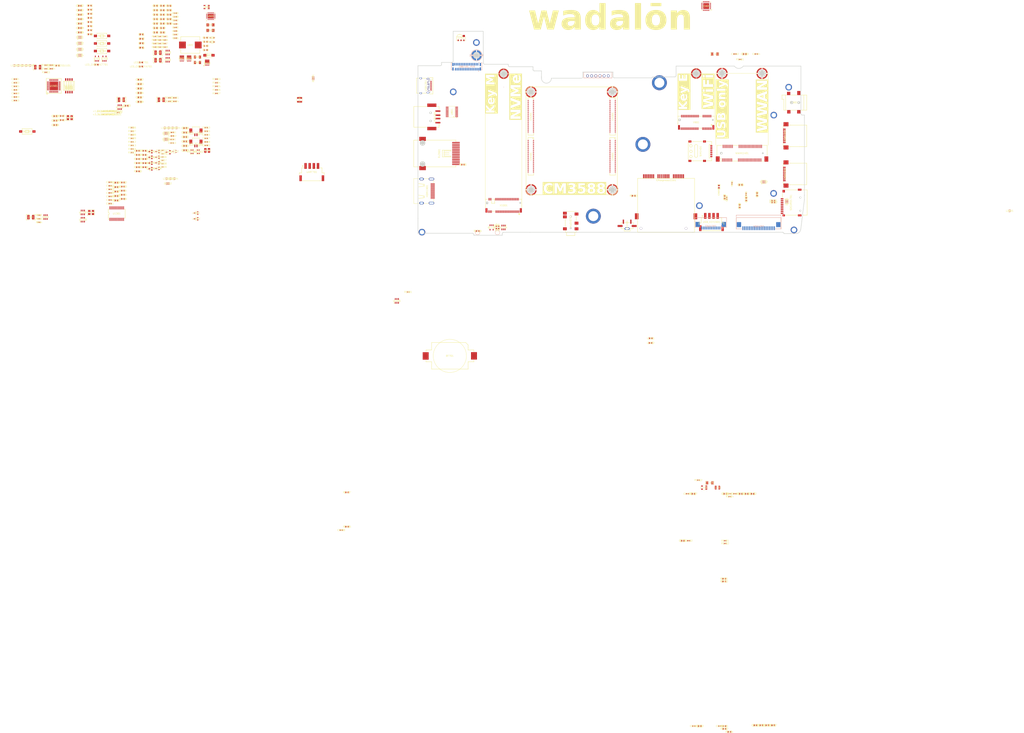
<source format=kicad_pcb>
(kicad_pcb
	(version 20241229)
	(generator "pcbnew")
	(generator_version "9.0")
	(general
		(thickness 1.6)
		(legacy_teardrops no)
	)
	(paper "A4")
	(layers
		(0 "F.Cu" signal "Top Layer")
		(4 "In1.Cu" signal)
		(6 "In2.Cu" signal)
		(8 "In3.Cu" signal)
		(10 "In4.Cu" signal)
		(2 "B.Cu" signal "Bottom Layer")
		(9 "F.Adhes" user "F.Adhesive")
		(11 "B.Adhes" user "B.Adhesive")
		(13 "F.Paste" user "Top Paste Mask Layer")
		(15 "B.Paste" user "Bottom Paste Mask Layer")
		(5 "F.SilkS" user "Top Silkscreen Layer")
		(7 "B.SilkS" user "Bottom Silkscreen Layer")
		(1 "F.Mask" user "Top Solder Mask Layer")
		(3 "B.Mask" user "Bottom Solder Mask Layer")
		(17 "Dwgs.User" user "Document Layer")
		(19 "Cmts.User" user "User.Comments")
		(21 "Eco1.User" user "User.Eco1")
		(23 "Eco2.User" user "Mechanical Layer")
		(25 "Edge.Cuts" user "Edge Cuts")
		(27 "Margin" user)
		(31 "F.CrtYd" user "F.Courtyard")
		(29 "B.CrtYd" user "B.Courtyard")
		(35 "F.Fab" user "Top Assembly Layer")
		(33 "B.Fab" user "Bottom Assembly Layer")
		(39 "User.1" user "Ratline Layer")
		(41 "User.2" user "Component Shape Layer")
		(43 "User.3" user "Component Marking Layer")
		(45 "User.4" user "3D Shell Outline Layer")
		(47 "User.5" user "3D Shell Top Layer")
		(49 "User.6" user "3D Shell Bottom Layer")
		(51 "User.7" user "Drill Drawing Layer")
	)
	(setup
		(stackup
			(layer "F.SilkS"
				(type "Top Silk Screen")
			)
			(layer "F.Paste"
				(type "Top Solder Paste")
			)
			(layer "F.Mask"
				(type "Top Solder Mask")
				(thickness 0.01)
			)
			(layer "F.Cu"
				(type "copper")
				(thickness 0.035)
			)
			(layer "dielectric 1"
				(type "prepreg")
				(thickness 0.1)
				(material "FR4")
				(epsilon_r 4.5)
				(loss_tangent 0.02)
			)
			(layer "In1.Cu"
				(type "copper")
				(thickness 0.035)
			)
			(layer "dielectric 2"
				(type "core")
				(thickness 0.535)
				(material "FR4")
				(epsilon_r 4.5)
				(loss_tangent 0.02)
			)
			(layer "In2.Cu"
				(type "copper")
				(thickness 0.035)
			)
			(layer "dielectric 3"
				(type "prepreg")
				(thickness 0.1)
				(material "FR4")
				(epsilon_r 4.5)
				(loss_tangent 0.02)
			)
			(layer "In3.Cu"
				(type "copper")
				(thickness 0.035)
			)
			(layer "dielectric 4"
				(type "core")
				(thickness 0.535)
				(material "FR4")
				(epsilon_r 4.5)
				(loss_tangent 0.02)
			)
			(layer "In4.Cu"
				(type "copper")
				(thickness 0.035)
			)
			(layer "dielectric 5"
				(type "prepreg")
				(thickness 0.1)
				(material "FR4")
				(epsilon_r 4.5)
				(loss_tangent 0.02)
			)
			(layer "B.Cu"
				(type "copper")
				(thickness 0.035)
			)
			(layer "B.Mask"
				(type "Bottom Solder Mask")
				(thickness 0.01)
			)
			(layer "B.Paste"
				(type "Bottom Solder Paste")
			)
			(layer "B.SilkS"
				(type "Bottom Silk Screen")
			)
			(copper_finish "None")
			(dielectric_constraints no)
		)
		(pad_to_mask_clearance 0)
		(allow_soldermask_bridges_in_footprints no)
		(tenting front back)
		(aux_axis_origin 20 60)
		(pcbplotparams
			(layerselection 0x00000000_00000000_55555555_5755f5ff)
			(plot_on_all_layers_selection 0x00000000_00000000_00000000_00000000)
			(disableapertmacros no)
			(usegerberextensions no)
			(usegerberattributes yes)
			(usegerberadvancedattributes yes)
			(creategerberjobfile yes)
			(dashed_line_dash_ratio 12.000000)
			(dashed_line_gap_ratio 3.000000)
			(svgprecision 4)
			(plotframeref no)
			(mode 1)
			(useauxorigin no)
			(hpglpennumber 1)
			(hpglpenspeed 20)
			(hpglpendiameter 15.000000)
			(pdf_front_fp_property_popups yes)
			(pdf_back_fp_property_popups yes)
			(pdf_metadata yes)
			(pdf_single_document no)
			(dxfpolygonmode yes)
			(dxfimperialunits yes)
			(dxfusepcbnewfont yes)
			(psnegative no)
			(psa4output no)
			(plot_black_and_white yes)
			(plotinvisibletext no)
			(sketchpadsonfab no)
			(plotpadnumbers no)
			(hidednponfab no)
			(sketchdnponfab yes)
			(crossoutdnponfab yes)
			(subtractmaskfromsilk no)
			(outputformat 1)
			(mirror no)
			(drillshape 1)
			(scaleselection 1)
			(outputdirectory "")
		)
	)
	(net 0 "")
	(net 1 "GND")
	(net 2 "+3.3V")
	(net 3 "+5V_CURR2")
	(net 4 "I2C1_SCL")
	(net 5 "I2C1_SDA")
	(net 6 "PWR_BTN_H")
	(net 7 "+3.3V_KEY")
	(net 8 "GND_KEY")
	(net 9 "USB_KEYBOARD_DM")
	(net 10 "USB_KEYBOARD_DP")
	(net 11 "USB_LTE_DM")
	(net 12 "USB_LTE_DP")
	(net 13 "COL1")
	(net 14 "COL2")
	(net 15 "COL3")
	(net 16 "COL4")
	(net 17 "COL5")
	(net 18 "COL6")
	(net 19 "COL7")
	(net 20 "COL8")
	(net 21 "COL9")
	(net 22 "COL10")
	(net 23 "COL11")
	(net 24 "COL12")
	(net 25 "ROW8")
	(net 26 "ROW7")
	(net 27 "ROW6")
	(net 28 "ROW5")
	(net 29 "ROW4")
	(net 30 "ROW3")
	(net 31 "ROW2")
	(net 32 "ROW1")
	(net 33 "PWRON_L")
	(net 34 "+12V")
	(net 35 "UART2_RX_M0_DEBUG")
	(net 36 "LED3_25GLAN_25GLED")
	(net 37 "LED2_25GLAN_1GLED")
	(net 38 "P25G_MDI0_P")
	(net 39 "P25G_MDI0_N")
	(net 40 "P25G_MDI1_P")
	(net 41 "P25G_MDI1_N")
	(net 42 "P25G_MDI2_P")
	(net 43 "P25G_MDI2_N")
	(net 44 "P25G_MDI3_P")
	(net 45 "P25G_MDI3_N")
	(net 46 "MIPI_CSI1_RX_D0_N")
	(net 47 "MIPI_CSI1_RX_D0_P")
	(net 48 "MIPI_CSI1_RX_D1_N")
	(net 49 "MIPI_CSI1_RX_D1_P")
	(net 50 "MIPI_CSI1_RX_CLK0_N")
	(net 51 "MIPI_CSI1_RX_CLK0_P")
	(net 52 "MIPI_CSI1_RX_D2_N")
	(net 53 "MIPI_CSI1_RX_D2_P")
	(net 54 "MIPI_CSI1_RX_D3_N")
	(net 55 "MIPI_CSI1_RX_D3_P")
	(net 56 "PMIC_EXT_EN_OUT")
	(net 57 "BOOT_SARADAC_IN0")
	(net 58 "UART2_TX_M0_DEBUG")
	(net 59 "VDC_MODE")
	(net 60 "RESET_L")
	(net 61 "TYPEC1_SSRX1_N")
	(net 62 "TYPEC1_SSRX1_P")
	(net 63 "TYPEC1_SSTX1_N")
	(net 64 "TYPEC1_SSTX1_P")
	(net 65 "TYPEC0_SSRX1_N")
	(net 66 "TYPEC0_SSRX1_P")
	(net 67 "TYPEC0_SSTX1_N")
	(net 68 "TYPEC0_SSTX1_P")
	(net 69 "TYPEC0_SSRX2_N")
	(net 70 "TYPEC0_SSRX2_P")
	(net 71 "TYPEC0_SSTX2_N")
	(net 72 "TYPEC0_SSTX2_P")
	(net 73 "MIPI_DPHY0_TX_D0_N")
	(net 74 "MIPI_DPHY0_TX_D0_P")
	(net 75 "MIPI_DPHY0_TX_D1_N")
	(net 76 "MIPI_DPHY0_TX_D1_P")
	(net 77 "MIPI_DPHY0_TX_CLK_N")
	(net 78 "MIPI_DPHY0_TX_CLK_P")
	(net 79 "MIPI_DPHY0_TX_D2_N")
	(net 80 "MIPI_DPHY0_TX_D2_P")
	(net 81 "MIPI_DPHY0_TX_D3_N")
	(net 82 "MIPI_DPHY0_TX_D3_P")
	(net 83 "I2C7_SCL_M0")
	(net 84 "I2C7_SDA_M0")
	(net 85 "HPR")
	(net 86 "RECOVERY")
	(net 87 "MIC_IN")
	(net 88 "HPL")
	(net 89 "GND_AUDIO")
	(net 90 "PWR_BTN_L")
	(net 91 "PCIE30_PORT0_TX0_P")
	(net 92 "PCIE30_PORT0_TX0_N")
	(net 93 "PCIE30_PORT0_TX1_P")
	(net 94 "PCIE30_PORT0_TX1_N")
	(net 95 "PCIE30_PORT1_RX2_P")
	(net 96 "PCIE30_PORT1_RX2_N")
	(net 97 "PCIE30_PORT1_RX3_P")
	(net 98 "PCIE30_PORT1_RX3_N")
	(net 99 "PCIE30_PORT1_TX2_P")
	(net 100 "PCIE30_PORT1_TX2_N")
	(net 101 "PCIE30_PORT1_TX3_P")
	(net 102 "PCIE30_PORT1_TX3_N")
	(net 103 "PCIE30_PORT1_REFCLK_IN_P")
	(net 104 "PCIE30_PORT1_REFCLK_IN_N")
	(net 105 "I2C6_SCL_M0")
	(net 106 "I2C6_SDA_M0")
	(net 107 "VBAT_RTC")
	(net 108 "HDMITX1_HPDIN_M0")
	(net 109 "HDMITX0_HPDIN_M0")
	(net 110 "USB30_2_SSTX_N")
	(net 111 "USB30_2_SSTX_P")
	(net 112 "USB30_2_SSRX_N")
	(net 113 "USB30_2_SSRX_P")
	(net 114 "PCIE30_PORT0_REFCLK_IN_N")
	(net 115 "PCIE30_PORT0_REFCLK_IN_P")
	(net 116 "PCIE30_PORT0_RX1_N")
	(net 117 "PCIE30_PORT0_RX1_P")
	(net 118 "PCIE30_PORT0_RX0_N")
	(net 119 "PCIE30_PORT0_RX0_P")
	(net 120 "HDMI_RX_D2_P")
	(net 121 "HDMI_RX_D2_N")
	(net 122 "HDMI_RX_D1_P")
	(net 123 "HDMI_RX_D1_N")
	(net 124 "HDMI_RX_D0_P")
	(net 125 "HDMI_RX_D0_N")
	(net 126 "HDMI_RX_CLK_P")
	(net 127 "HDMI_RX_CLK_N")
	(net 128 "SDMMC0_D2")
	(net 129 "SDMMC0_D3")
	(net 130 "SDMMC0_CMD")
	(net 131 "VCC3V3_SD_S0")
	(net 132 "SD_CLK")
	(net 133 "SDMMC0_D0")
	(net 134 "SDMMC0_D1")
	(net 135 "HDMI_RX_SCL_M1")
	(net 136 "HDMI_RX_SDA_M1")
	(net 137 "HDMI_RX_CEC")
	(net 138 "HDMIIRX_HPDOUT_H")
	(net 139 "GPIO3_B2")
	(net 140 "GPIO3_B3")
	(net 141 "HDMI1_ON_H")
	(net 142 "HDMI1_CEC_M2")
	(net 143 "HDMI1_SDA_M1")
	(net 144 "HDMI1_SCL_M1")
	(net 145 "HDMI0_ON_H")
	(net 146 "HDMI0_CEC_M0")
	(net 147 "HDMI0_SDA_M0")
	(net 148 "HDMI0_SCL_M0")
	(net 149 "HDMI0_TX_SBD_N")
	(net 150 "HDMI0_TX_SBD_P")
	(net 151 "HDMI0_TX3_N")
	(net 152 "HDMI0_TX3_P")
	(net 153 "HDMI0_TX0_N")
	(net 154 "HDMI0_TX0_P")
	(net 155 "HDMI0_TX1_N")
	(net 156 "HDMI0_TX1_P")
	(net 157 "HDMI0_TX2_N")
	(net 158 "HDMI0_TX2_P")
	(net 159 "HDMI1_TX_SBD_N")
	(net 160 "HDMI1_TX_SBD_P")
	(net 161 "HDMI1_TX3_N")
	(net 162 "HDMI1_TX3_P")
	(net 163 "HDMI1_TX0_N")
	(net 164 "HDMI1_TX0_P")
	(net 165 "HDMI1_TX1_N")
	(net 166 "HDMI1_TX1_P")
	(net 167 "HDMI1_TX2_N")
	(net 168 "HDMI1_TX2_P")
	(net 169 "TYPEC0_SBU2_OUT")
	(net 170 "TYPEC0_SBU1_OUT")
	(net 171 "TYPEC0_OTG_DP")
	(net 172 "TYPEC0_OTG_DM")
	(net 173 "TYPEC1_OTG_DP")
	(net 174 "TYPEC1_OTG_DM")
	(net 175 "USB20_HOST0_DP")
	(net 176 "USB20_HOST0_DM")
	(net 177 "USB20_HOST1_DM")
	(net 178 "USB20_HOST1_DP")
	(net 179 "+3.3V_CFEXPRESS")
	(net 180 "PCIE30_REFCLK_A_N")
	(net 181 "PCIE30_REFCLK_A_P")
	(net 182 "Net-(U901-SW)")
	(net 183 "Net-(U901-VBST)")
	(net 184 "+1.5V_WWAN")
	(net 185 "+3.3V_WWAN")
	(net 186 "+3.3V_WIFI")
	(net 187 "Net-(U901-VFB)")
	(net 188 "Net-(U1401-FB)")
	(net 189 "Net-(U1402-SW)")
	(net 190 "Net-(U1402-VBST)")
	(net 191 "+1.8V")
	(net 192 "PCIE20_1_REFCLKN")
	(net 193 "PCIE20_1_REFCLKP")
	(net 194 "+3.3V_NVME")
	(net 195 "Net-(U1402-VFB)")
	(net 196 "Net-(U1601-MICBIAS)")
	(net 197 "Net-(U1601-VMID)")
	(net 198 "Net-(U1601-RINPUT1)")
	(net 199 "Net-(C1605-Pad1)")
	(net 200 "Net-(MIC1601-OUT)")
	(net 201 "unconnected-(D2001-I{slash}O_3-Pad4)")
	(net 202 "unconnected-(D2001-GND-Pad8)")
	(net 203 "unconnected-(D2001-I{slash}O_4-Pad5)")
	(net 204 "Net-(C1301-Pad1)")
	(net 205 "Net-(U1401-LX)")
	(net 206 "Net-(C1610-Pad1)")
	(net 207 "Net-(MIC1602-OUT)")
	(net 208 "Net-(U901-EN)")
	(net 209 "Net-(U1001-EN)")
	(net 210 "GPIO1_B0{slash}CFEXPRESS_INSERT")
	(net 211 "GPIO4_B5{slash}M2_A_CLKREQ_L")
	(net 212 "Net-(SW1101-1)")
	(net 213 "GPIO0_D5{slash}CFEXPRESS_EJECT")
	(net 214 "Net-(LED_CFEXPRESS1101-K)")
	(net 215 "Net-(U1301-PGAND)")
	(net 216 "Net-(U1402-EN)")
	(net 217 "GPIO2_C3{slash}PCM_IN{slash}I2S_SD_IN")
	(net 218 "Net-(U1601-ADCDAT)")
	(net 219 "Net-(U1601-DACDAT)")
	(net 220 "GPIO4_C3{slash}PCM_OUT{slash}I2S_SD_OUT")
	(net 221 "Net-(U1601-BCLK)")
	(net 222 "/I2S Audiocodec WM8960/I2S_ADC")
	(net 223 "GPIO2_C0{slash}PCM_SYNC{slash}I2S_WS")
	(net 224 "Net-(U1601-ADCLRC)")
	(net 225 "Net-(X1601-OUTPUT)")
	(net 226 "Net-(U1601-MCLK)")
	(net 227 "Net-(D1701-I{slash}O_1)")
	(net 228 "Net-(D1701-I{slash}O_2)")
	(net 229 "GPIO3_D0{slash}I2C5_SDA_M0_TP")
	(net 230 "GPIO3_C7{slash}I2C5_SCL_M0_TP")
	(net 231 "Net-(RJ2001-LED2+{slash}LED2-)")
	(net 232 "Net-(R2001-Pad1)")
	(net 233 "Net-(RJ2001-LED1+)")
	(net 234 "unconnected-(U801-S1-Pad3)")
	(net 235 "unconnected-(U801-S2-Pad4)")
	(net 236 "unconnected-(U801-X2-Pad6)")
	(net 237 "unconnected-(U801-VDDXD-Pad1)")
	(net 238 "unconnected-(U801-X1-Pad5)")
	(net 239 "unconnected-(U801-S0-Pad2)")
	(net 240 "Net-(U1001-SW)")
	(net 241 "Net-(U1101-VFB)")
	(net 242 "Net-(U1101-SW)")
	(net 243 "Net-(U1101-EN)")
	(net 244 "GPIO3_B7{slash}CFEXPRESS_LED")
	(net 245 "Net-(LED_CFEXPRESS1101-A)")
	(net 246 "unconnected-(U1601-LINPUT3{slash}JD2-Pad2)")
	(net 247 "unconnected-(U1601-LINPUT2-Pad3)")
	(net 248 "Net-(U1601-LINPUT1)")
	(net 249 "unconnected-(AUDIO701-Pad5)")
	(net 250 "unconnected-(AUDIO701-Pad2)")
	(net 251 "unconnected-(AUDIO701-Pad6)")
	(net 252 "unconnected-(AUDIO701-Pad1)")
	(net 253 "unconnected-(AUDIO701-Pad3)")
	(net 254 "unconnected-(AUDIO701-Pad4)")
	(net 255 "Net-(U601-NTC)")
	(net 256 "Net-(U601-BATSENS+)")
	(net 257 "unconnected-(BT701-Pad2)")
	(net 258 "unconnected-(BT701-Pad3)")
	(net 259 "Net-(D601-C)")
	(net 260 "Net-(Q602-G)")
	(net 261 "Net-(Q602-D)")
	(net 262 "Net-(C607-Pad2)")
	(net 263 "Net-(U601-BOOST)")
	(net 264 "Net-(U601-CELLS1)")
	(net 265 "Net-(U601-CELLS0)")
	(net 266 "Net-(U602-SW)")
	(net 267 "Net-(U602-VBST)")
	(net 268 "Net-(U602-VFB)")
	(net 269 "Net-(U604-SW)")
	(net 270 "Net-(U604-VBST)")
	(net 271 "<NO NET>")
	(net 272 "Net-(U604-VFB)")
	(net 273 "Net-(U1001-VBST)")
	(net 274 "Net-(U1001-VFB)")
	(net 275 "Net-(U1101-VBST)")
	(net 276 "Net-(U1301-X2)")
	(net 277 "Net-(U1301-X1)")
	(net 278 "Net-(U1301-RESET#)")
	(net 279 "Net-(U1501-XTAL1)")
	(net 280 "Net-(U1501-UCap)")
	(net 281 "Net-(U1501-XTAL2)")
	(net 282 "/HDMI Connector/HDMI_5V")
	(net 283 "Net-(CFexpress1101-PETn0)")
	(net 284 "unconnected-(CFexpress1101-RESERVED-Pad8)")
	(net 285 "Net-(CFexpress1101-REFCLK+)")
	(net 286 "Net-(CFexpress1101-PERn0)")
	(net 287 "Net-(CFexpress1101-REFCLK-)")
	(net 288 "GPIO4_B6{slash}M2_A_PERST_L")
	(net 289 "Net-(CFexpress1101-PERp1)")
	(net 290 "Net-(CFexpress1101-PETp0)")
	(net 291 "Net-(CFexpress1101-PERn1)")
	(net 292 "Net-(CFexpress1101-PETp1)")
	(net 293 "Net-(CFexpress1101-PETn1)")
	(net 294 "Net-(CFexpress1101-PERp0)")
	(net 295 "unconnected-(CFexpress1101-RESERVED-Pad7)")
	(net 296 "GPIO2_B5{slash}FSPI_RESET")
	(net 297 "unconnected-(CN201-Pad99)")
	(net 298 "GPIO2_B3{slash}FSPI_CLK_M1")
	(net 299 "GPIO2_C1{slash}MIPI_CAM2_RESET_L")
	(net 300 "GPIO2_A7{slash}FSPI_D1_M1")
	(net 301 "MIPI_CSI1_RX_CLK1_N")
	(net 302 "unconnected-(CN201-Pad97)")
	(net 303 "unconnected-(CN201-Pad50)")
	(net 304 "GPIO1_B7{slash}MIPI_CAM2_CLKOUT")
	(net 305 "unconnected-(CN201-Pad42)")
	(net 306 "unconnected-(CN201-Pad62)")
	(net 307 "unconnected-(CN201-Pad66)")
	(net 308 "unconnected-(CN201-Pad71)")
	(net 309 "unconnected-(CN201-Pad31)")
	(net 310 "unconnected-(CN201-Pad36)")
	(net 311 "unconnected-(CN201-Pad44)")
	(net 312 "unconnected-(CN201-Pad68)")
	(net 313 "GPIO2_B4{slash}FSPI_WAKE")
	(net 314 "unconnected-(CN201-Pad48)")
	(net 315 "MIPI_CSI1_RX_CLK1_P")
	(net 316 "unconnected-(CN201-Pad60)")
	(net 317 "GPIO2_B0{slash}FSPI_D2_M1")
	(net 318 "GPIO4_C5{slash}MIPI_CAM1_PDN_L{slash}BT_WAKE_L")
	(net 319 "GPIO2_B2{slash}FSPI_CMD")
	(net 320 "GPIO2_B1{slash}FSPI_D3_M1")
	(net 321 "GPIO2_C2{slash}MIPI_CAM2_PDN_L")
	(net 322 "GPIO4_C4{slash}MIPI_CAM1_RESET_L{slash}WIFI_DISABLE")
	(net 323 "unconnected-(CN201-Pad14)")
	(net 324 "unconnected-(CN201-Pad54)")
	(net 325 "unconnected-(CN201-Pad26)")
	(net 326 "GPIO2_A6{slash}FSPI_D0_M1")
	(net 327 "unconnected-(CN201-Pad29)")
	(net 328 "unconnected-(CN201-Pad56)")
	(net 329 "unconnected-(CN201-Pad38)")
	(net 330 "unconnected-(CN301-Pad85)")
	(net 331 "unconnected-(CN301-Pad56)")
	(net 332 "unconnected-(CN301-Pad26)")
	(net 333 "unconnected-(CN301-Pad24)")
	(net 334 "unconnected-(CN301-Pad77)")
	(net 335 "unconnected-(CN301-Pad80)")
	(net 336 "unconnected-(CN301-Pad83)")
	(net 337 "unconnected-(CN301-Pad17)")
	(net 338 "unconnected-(CN301-Pad78)")
	(net 339 "unconnected-(CN301-Pad72)")
	(net 340 "unconnected-(CN301-Pad86)")
	(net 341 "unconnected-(CN301-Pad32)")
	(net 342 "unconnected-(CN301-Pad12)")
	(net 343 "unconnected-(CN301-Pad48)")
	(net 344 "GPIO1_C4{slash}HP_DET_L")
	(net 345 "unconnected-(CN301-Pad66)")
	(net 346 "unconnected-(CN301-Pad20)")
	(net 347 "unconnected-(CN301-Pad68)")
	(net 348 "unconnected-(CN301-Pad19)")
	(net 349 "unconnected-(CN301-Pad54)")
	(net 350 "unconnected-(CN301-Pad30)")
	(net 351 "unconnected-(CN301-Pad74)")
	(net 352 "unconnected-(CN301-Pad36)")
	(net 353 "unconnected-(CN301-Pad60)")
	(net 354 "unconnected-(CN301-Pad42)")
	(net 355 "unconnected-(CN301-Pad38)")
	(net 356 "unconnected-(CN301-Pad14)")
	(net 357 "unconnected-(CN301-Pad50)")
	(net 358 "unconnected-(CN301-Pad44)")
	(net 359 "unconnected-(CN301-Pad13)")
	(net 360 "unconnected-(CN301-Pad62)")
	(net 361 "unconnected-(CN301-Pad79)")
	(net 362 "unconnected-(CN301-Pad11)")
	(net 363 "unconnected-(CN301-Pad18)")
	(net 364 "unconnected-(CN301-Pad84)")
	(net 365 "unconnected-(CN401-Pad27)")
	(net 366 "GPIO0_C4{slash}UART0_RX_M0")
	(net 367 "GPIO1_A1{slash}UART6_TX_M1")
	(net 368 "unconnected-(CN401-Pad51)")
	(net 369 "GPIO1_B3{slash}SPI0_CLK_M2{slash}UART4_TX_M2")
	(net 370 "GPIO1_A7{slash}CFEXPRESS_PWREN")
	(net 371 "GPIO0_C6{slash}PWM5_M1")
	(net 372 "GPIO1_A4{slash}USB2_PWREN")
	(net 373 "unconnected-(CN401-Pad43)")
	(net 374 "PCIE20_1_TXN{slash}SATA30_1_TXN")
	(net 375 "GPIO4_A2{slash}M2_E_PERST_L")
	(net 376 "GPIO1_A3{slash}I2C4_SCL_M3_TP{slash}UART6_CTS")
	(net 377 "GPIO1_D7{slash}I2C8_SDA_M2")
	(net 378 "GPIO1_B1{slash}SPI0_MISO_M2")
	(net 379 "GPIO1_D3{slash}PWM1_M1")
	(net 380 "GPIO3_C3{slash}PWM15_IR_M0")
	(net 381 "GPIO4_B0{slash}USB3_TYPEC1_PWREN")
	(net 382 "GPIO0_C5{slash}UART0_TX_M0{slash}PWM4_M0{slash}UART6_WAKE#")
	(net 383 "unconnected-(CN401-Pad45)")
	(net 384 "PCIE20_1_TXP{slash}SATA30_1_TXP")
	(net 385 "GPIO1_B2{slash}SPI0_MOSI_M2{slash}UART4_RX_M2")
	(net 386 "GPIO3_C1{slash}TP_RST_L")
	(net 387 "GPIO1_D6{slash}I2C8_SCL_M2")
	(net 388 "GPIO1_A2{slash}I2C4_SDA_M3_TP{slash}UART6_RTS")
	(net 389 "GPIO1_B5{slash}SPI0_CS1_M0{slash}UART7_TX_M2")
	(net 390 "unconnected-(CN401-Pad53)")
	(net 391 "unconnected-(CN401-Pad29)")
	(net 392 "GPIO1_B4{slash}SPI0_CS0_M2{slash}UART7_RX_M2")
	(net 393 "GPIO1_D5{slash}HDMIIRX_DET_L")
	(net 394 "GPIO4_B3{slash}M2_C_PERST_L")
	(net 395 "unconnected-(CN401-Pad57)")
	(net 396 "GPIO0_D4{slash}PWM3_IR_M0")
	(net 397 "GPIO1_D2{slash}TYPEC5V_PWREN_H")
	(net 398 "PCIE20_1_RXP{slash}SATA30_1_RXP")
	(net 399 "GPIO3_C0{slash}TP_INT_L")
	(net 400 "GPIO1_A0{slash}UART6_RX_M1")
	(net 401 "unconnected-(CN401-Pad47)")
	(net 402 "GPIO3_C2{slash}PWM14_M0")
	(net 403 "PCIE20_1_RXN{slash}SATA30_1_RXN")
	(net 404 "GPIO4_B4{slash}M2_B_PERST_L")
	(net 405 "GPIO0_D3{slash}CC_INT_L")
	(net 406 "GPIO3_A5{slash}USB3_2_PWREN")
	(net 407 "unconnected-(CN501-Pad12)")
	(net 408 "GPIO3_A4{slash}SPI4_CS1_M1")
	(net 409 "GPIO0_A4{slash}SDMMC_DET_L")
	(net 410 "GPIO3_B0{slash}PWM9_M0")
	(net 411 "GPIO3_A0{slash}SPI4_MISO_M1{slash}PWM10_M0")
	(net 412 "GPIO3_B4{slash}BT_REG_ON")
	(net 413 "GPIO3_A6{slash}LCD_RST")
	(net 414 "GPIO3_A2{slash}SPI4_CLK_M1{slash}UART8_TX_M1")
	(net 415 "unconnected-(CN501-Pad10)")
	(net 416 "GPIO3_B5{slash}UART3_TX_M1{slash}PWM12_M0")
	(net 417 "unconnected-(CN501-Pad85)")
	(net 418 "GPIO3_A3{slash}SPI4_CS0_M1{slash}UART8_RX_M1")
	(net 419 "GPIO3_A7{slash}PWM8_M0")
	(net 420 "GPIO3_B6{slash}UART3_RX_M1{slash}PWM13_M0")
	(net 421 "GPIO3_B1{slash}PWM2_M1{slash}LCD_BL")
	(net 422 "GPIO3_A1{slash}SPI4_MOSI_M1")
	(net 423 "unconnected-(D601-A-Pad2)")
	(net 424 "Net-(D602-K)")
	(net 425 "Net-(D602-A)")
	(net 426 "Net-(D603-K)")
	(net 427 "Net-(D603-A)")
	(net 428 "unconnected-(D1103-NC-Pad9)")
	(net 429 "unconnected-(D1103-I{slash}O_1-Pad1)")
	(net 430 "unconnected-(D1103-I{slash}O_2-Pad2)")
	(net 431 "unconnected-(D1103-NC-Pad10)")
	(net 432 "Net-(D1701-I{slash}O_3)")
	(net 433 "Net-(D1702-I{slash}O_1)")
	(net 434 "Net-(D1702-I{slash}O_3)")
	(net 435 "Net-(D1702-I{slash}O_2)")
	(net 436 "Net-(D1702-I{slash}O_4)")
	(net 437 "Net-(D1901-K)")
	(net 438 "/HDMI Connector/HDMI_CEC")
	(net 439 "unconnected-(D1905-A-Pad1)")
	(net 440 "/HDMI Connector/HDMI_SCL")
	(net 441 "/HDMI Connector/HDMI_SDA")
	(net 442 "Net-(D1909-A)")
	(net 443 "Net-(D1910-K)")
	(net 444 "unconnected-(D2002-I{slash}O_4-Pad5)")
	(net 445 "unconnected-(D2002-I{slash}O_3-Pad4)")
	(net 446 "unconnected-(D2002-GND-Pad8)")
	(net 447 "Net-(DC601-Pad2)")
	(net 448 "unconnected-(FPC1501-Pad21)")
	(net 449 "unconnected-(FPC1501-Pad20)")
	(net 450 "unconnected-(FPC1501-Pad10)")
	(net 451 "unconnected-(FPC1501-Pad19)")
	(net 452 "unconnected-(FPC1501-Pad12)")
	(net 453 "unconnected-(FPC1501-Pad7)")
	(net 454 "unconnected-(FPC1501-Pad22)")
	(net 455 "unconnected-(FPC1501-Pad8)")
	(net 456 "unconnected-(FPC1502-Pad3)")
	(net 457 "unconnected-(FPC1502-Pad12)")
	(net 458 "unconnected-(FPC1502-Pad13)")
	(net 459 "unconnected-(FPC1502-Pad10)")
	(net 460 "unconnected-(FPC1502-Pad14)")
	(net 461 "/HDMI Connector/HDMI_TX2_N")
	(net 462 "/HDMI Connector/HDMI_CLK_N")
	(net 463 "/HDMI Connector/HDMI_CLK_P")
	(net 464 "/HDMI Connector/HDMI_TX1_N")
	(net 465 "/HDMI Connector/HDMI_TX2_P")
	(net 466 "/HDMI Connector/HDMI_TX1_P")
	(net 467 "/HDMI Connector/HDMI_TX0_P")
	(net 468 "/HDMI Connector/HDMI_TX0_N")
	(net 469 "/2.5GB Ethernet Connector/TD4_N")
	(net 470 "/2.5GB Ethernet Connector/TD4_P")
	(net 471 "/2.5GB Ethernet Connector/TD3_N")
	(net 472 "/2.5GB Ethernet Connector/TD3_P")
	(net 473 "/2.5GB Ethernet Connector/TD2_P")
	(net 474 "/2.5GB Ethernet Connector/TD2_N")
	(net 475 "/2.5GB Ethernet Connector/TD1_P")
	(net 476 "/2.5GB Ethernet Connector/TD1_N")
	(net 477 "Net-(LED_ACT701-K)")
	(net 478 "Net-(LED_CHRG_ACT701-A)")
	(net 479 "Net-(LED_CHRG_ACT701-K)")
	(net 480 "Net-(LED_CHRG_FIN701-K)")
	(net 481 "Net-(LED_CHRG_FIN701-A)")
	(net 482 "unconnected-(MIPI_DSI1801-Pad13)")
	(net 483 "unconnected-(MOUNT201-Pad1)")
	(net 484 "unconnected-(MOUNT202-Pad1)")
	(net 485 "unconnected-(MOUNT203-Pad1)")
	(net 486 "unconnected-(MOUNT204-Pad1)")
	(net 487 "unconnected-(MOUNT901-Pad1)")
	(net 488 "unconnected-(MOUNT1001-Pad1)")
	(net 489 "Net-(Q601-G)")
	(net 490 "Net-(Q603-G)")
	(net 491 "Net-(Q1902-G)")
	(net 492 "Net-(Q1903-D)")
	(net 493 "Net-(Q1904-D)")
	(net 494 "Net-(Q1905-D)")
	(net 495 "Net-(Q1906-G)")
	(net 496 "Net-(Q1907-G)")
	(net 497 "Net-(Q1908-D)")
	(net 498 "Net-(R605-Pad1)")
	(net 499 "Net-(U601-NTCBIAS)")
	(net 500 "Net-(U601-RT)")
	(net 501 "Net-(U602-EN)")
	(net 502 "Net-(U603-EN)")
	(net 503 "Net-(U604-EN)")
	(net 504 "unconnected-(R703-Pad2)")
	(net 505 "Net-(R706-Pad2)")
	(net 506 "Net-(R707-Pad2)")
	(net 507 "Net-(R708-Pad2)")
	(net 508 "unconnected-(R904-Pad1)")
	(net 509 "Net-(U1301-PSELF)")
	(net 510 "Net-(U1301-RREF)")
	(net 511 "Net-(U1302-ILIM)")
	(net 512 "/USB 2 Hub & Connectors/FAULT2#")
	(net 513 "Net-(U1501-PE2(HWB#))")
	(net 514 "Net-(U1501-RESET#)")
	(net 515 "unconnected-(RJ2001-VCC-PadR1)")
	(net 516 "unconnected-(SDCARD1701-EP-Pad11)")
	(net 517 "unconnected-(SDCARD1701-EP-Pad10)")
	(net 518 "unconnected-(SDCARD1701-EP-Pad12)")
	(net 519 "unconnected-(SDCARD1701-EP-Pad13)")
	(net 520 "unconnected-(SDCARD1701-CD-Pad9)")
	(net 521 "unconnected-(SDCARD1701-DAT0-Pad7)")
	(net 522 "unconnected-(SDCARD1701-DAT1-Pad8)")
	(net 523 "Net-(SIM1401-VCC)")
	(net 524 "Net-(SIM1401-CLK)")
	(net 525 "Net-(SIM1401-Vpp)")
	(net 526 "Net-(SIM1401-I{slash}O)")
	(net 527 "Net-(SIM1401-RST)")
	(net 528 "Net-(U1601-SPK_LP)")
	(net 529 "Net-(U1601-SPK_LN)")
	(net 530 "Net-(U1601-SPK_RP)")
	(net 531 "Net-(U1601-SPK_RN)")
	(net 532 "/Keyboard/USB_KEYBOARD_INT_DP")
	(net 533 "/Keyboard/USB_KEYBOARD_INT_DM")
	(net 534 "unconnected-(U601-SMBALERT#-Pad12)")
	(net 535 "unconnected-(U601-SYNC-Pad16)")
	(net 536 "unconnected-(U603-BP-Pad4)")
	(net 537 "unconnected-(U701-A-Pad2)")
	(net 538 "unconnected-(U702-A-Pad2)")
	(net 539 "unconnected-(U703-GND-Pad3)")
	(net 540 "unconnected-(U703-EH-Pad4)")
	(net 541 "unconnected-(U703-OUT-Pad1)")
	(net 542 "unconnected-(U703-VCC-Pad2)")
	(net 543 "unconnected-(U801-CLK0-Pad20)")
	(net 544 "unconnected-(U801-CLK2-Pad14)")
	(net 545 "unconnected-(U801-OE-Pad8)")
	(net 546 "unconnected-(U801-#CLK1-Pad17)")
	(net 547 "unconnected-(U801-CLK3-Pad12)")
	(net 548 "unconnected-(U801-#CLK0-Pad19)")
	(net 549 "unconnected-(U801-GNDODA-Pad16)")
	(net 550 "unconnected-(U801-IREF-Pad10)")
	(net 551 "unconnected-(U801-#CLK2-Pad13)")
	(net 552 "unconnected-(U801-#CLK3-Pad11)")
	(net 553 "unconnected-(U801-CLK1-Pad18)")
	(net 554 "unconnected-(U801-#PD-Pad7)")
	(net 555 "unconnected-(U801-GNDXD-Pad9)")
	(net 556 "unconnected-(U801-VDDODA-Pad15)")
	(net 557 "unconnected-(U1301-PWREN1#-Pad22)")
	(net 558 "unconnected-(U1301-OVCUR1#-Pad21)")
	(net 559 "Net-(U1301-DP3)")
	(net 560 "unconnected-(U1301-DP4-Pad12)")
	(net 561 "Net-(U1301-DM3)")
	(net 562 "unconnected-(U1301-DM4-Pad11)")
	(net 563 "unconnected-(U1301-PWREN2#-Pad20)")
	(net 564 "unconnected-(U1303-IO4-Pad6)")
	(net 565 "unconnected-(U1303-IO1-Pad1)")
	(net 566 "unconnected-(U1501-PB4(PCINT4{slash}ADC11)-Pad28)")
	(net 567 "unconnected-(U1501-PF1(ADC1)-Pad40)")
	(net 568 "unconnected-(U1501-PE6(INT.6{slash}AIN0)-Pad1)")
	(net 569 "unconnected-(U1501-PD7(T0{slash}OC4D{slash}ADC10)-Pad27)")
	(net 570 "unconnected-(U1501-PF0(ADC0)-Pad41)")
	(net 571 "unconnected-(U1601-HP_R-Pad29)")
	(net 572 "unconnected-(U1601-RINPUT2-Pad6)")
	(net 573 "unconnected-(U1601-RINPUT3{slash}JD3-Pad7)")
	(net 574 "unconnected-(U1601-HP_L-Pad31)")
	(net 575 "unconnected-(U1601-OUT3-Pad30)")
	(net 576 "unconnected-(UART701-Pad2)")
	(net 577 "unconnected-(UART701-Pad3)")
	(net 578 "unconnected-(UART701-Pad1)")
	(net 579 "unconnected-(UART701-Pad5)")
	(net 580 "unconnected-(UART701-Pad6)")
	(net 581 "unconnected-(UART701-Pad4)")
	(net 582 "unconnected-(USB1201-VBUS-PadA9)")
	(net 583 "unconnected-(USB1201-SSTXP1-PadA2)")
	(net 584 "unconnected-(USB1201-DP2-PadB6)")
	(net 585 "unconnected-(USB1201-SBU1-PadA8)")
	(net 586 "unconnected-(USB1201-EP-Pad4)")
	(net 587 "unconnected-(USB1201-EP-Pad3)")
	(net 588 "unconnected-(USB1201-EP-Pad1)")
	(net 589 "unconnected-(USB1201-GND-PadB1)")
	(net 590 "unconnected-(USB1201-DN2-PadB7)")
	(net 591 "unconnected-(USB1201-GND-PadA1)")
	(net 592 "unconnected-(USB1201-DN1-PadA7)")
	(net 593 "unconnected-(USB1201-DP1-PadA6)")
	(net 594 "unconnected-(USB1201-VBUS-PadB4)")
	(net 595 "unconnected-(USB1201-CC1-PadA5)")
	(net 596 "unconnected-(USB1201-SSTXp2-PadB2)")
	(net 597 "unconnected-(USB1201-SSRXn2-PadA10)")
	(net 598 "unconnected-(USB1201-CC2-PadB5)")
	(net 599 "unconnected-(USB1201-SSRXp1-PadB11)")
	(net 600 "unconnected-(USB1201-SSTXn1-PadA3)")
	(net 601 "unconnected-(USB1201-VBUS-PadB9)")
	(net 602 "unconnected-(USB1201-EP-Pad2)")
	(net 603 "unconnected-(USB1201-GND-PadA12)")
	(net 604 "unconnected-(USB1201-SSRXp2-PadA11)")
	(net 605 "unconnected-(USB1201-SSRXn1-PadB10)")
	(net 606 "unconnected-(USB1201-SBU2-PadB8)")
	(net 607 "unconnected-(USB1201-VBUS-PadA4)")
	(net 608 "unconnected-(USB1201-GND-PadB12)")
	(net 609 "unconnected-(USB1201-SSTXn2-PadB3)")
	(net 610 "unconnected-(USB1202-GND-Pad4)")
	(net 611 "unconnected-(USB1202-D+-Pad3)")
	(net 612 "unconnected-(USB1202-VBUS-Pad1)")
	(net 613 "unconnected-(USB1202-GND_DRAIN-Pad7)")
	(net 614 "unconnected-(USB1202-GND-Pad11)")
	(net 615 "unconnected-(USB1202-STDA_SSRX+-Pad6)")
	(net 616 "unconnected-(USB1202-GND-Pad10)")
	(net 617 "unconnected-(USB1202-STDA_SSRX--Pad5)")
	(net 618 "unconnected-(USB1202-STDA_SSTX--Pad8)")
	(net 619 "unconnected-(USB1202-D--Pad2)")
	(net 620 "unconnected-(USB1202-STDA_SSTX+-Pad9)")
	(net 621 "unconnected-(USB1203-VBUS-Pad1)")
	(net 622 "unconnected-(USB1203-GND-Pad11)")
	(net 623 "unconnected-(USB1203-GND-Pad10)")
	(net 624 "unconnected-(USB1203-GND_DRAIN-Pad7)")
	(net 625 "unconnected-(USB1203-GND-Pad4)")
	(net 626 "unconnected-(USB1203-STDA_SSTX+-Pad9)")
	(net 627 "unconnected-(USB1203-STDA_SSRX--Pad5)")
	(net 628 "unconnected-(USB1203-STDA_SSTX--Pad8)")
	(net 629 "unconnected-(USB1203-D--Pad2)")
	(net 630 "unconnected-(USB1203-D+-Pad3)")
	(net 631 "unconnected-(USB1203-STDA_SSRX+-Pad6)")
	(net 632 "unconnected-(USB_KEY1501-Pad5)")
	(net 633 "unconnected-(USB_KEY1501-Pad6)")
	(net 634 "unconnected-(WWAN1401-COEX2-Pad5)")
	(net 635 "unconnected-(WWAN1401-GND-Pad35)")
	(net 636 "unconnected-(WWAN1401-REFCLK--Pad11)")
	(net 637 "unconnected-(WWAN1401-RSVRD49-Pad49)")
	(net 638 "unconnected-(WWAN1401-GND-Pad43)")
	(net 639 "unconnected-(WWAN1401-REFCLK+-Pad13)")
	(net 640 "unconnected-(WWAN1401-WAKE-Pad1)")
	(net 641 "unconnected-(WWAN1401-GND-Pad9)")
	(net 642 "unconnected-(WWAN1401-GND-Pad27)")
	(net 643 "unconnected-(WWAN1401-LED_WPAN-Pad46)")
	(net 644 "unconnected-(WWAN1401-GND-Pad50)")
	(net 645 "unconnected-(WWAN1401-SMB_CLK-Pad30)")
	(net 646 "unconnected-(WWAN1401-PETP0-Pad33)")
	(net 647 "unconnected-(WWAN1401-RSVRD51-Pad51)")
	(net 648 "unconnected-(WWAN1401-+3V3AUX-Pad39)")
	(net 649 "unconnected-(WWAN1401-+1V5-Pad48)")
	(net 650 "unconnected-(WWAN1401-UIM_C8-Pad17)")
	(net 651 "unconnected-(WWAN1401-RSVRD47-Pad47)")
	(net 652 "unconnected-(WWAN1401-PERST-Pad22)")
	(net 653 "unconnected-(WWAN1401-GND-Pad37)")
	(net 654 "unconnected-(WWAN1401-RSVRD45-Pad45)")
	(net 655 "unconnected-(WWAN1401-CLKREQ-Pad7)")
	(net 656 "unconnected-(WWAN1401-+3V3AUX-Pad41)")
	(net 657 "unconnected-(WWAN1401-SMB_DATA-Pad32)")
	(net 658 "unconnected-(WWAN1401-LED_WLAN-Pad44)")
	(net 659 "unconnected-(WWAN1401-W_DISABLE-Pad20)")
	(net 660 "unconnected-(WWAN1401-PETN0-Pad31)")
	(net 661 "unconnected-(WWAN1401-PERN0-Pad23)")
	(net 662 "unconnected-(WWAN1401-+3V3-Pad52)")
	(net 663 "unconnected-(WWAN1401-GND-Pad29)")
	(net 664 "unconnected-(WWAN1401-GND-Pad15)")
	(net 665 "unconnected-(WWAN1401-UIM_C4-Pad19)")
	(net 666 "unconnected-(WWAN1401-COEX1-Pad3)")
	(net 667 "unconnected-(WWAN1401-PERP0-Pad25)")
	(net 668 "unconnected-(WWAN1401-LED_WWAN-Pad42)")
	(net 669 "unconnected-(X901-SUSCLK-Pad50)")
	(net 670 "unconnected-(X901-RESERVED-Pad64)")
	(net 671 "unconnected-(X901-I2C_SCL-Pad60)")
	(net 672 "unconnected-(X901-SDIO_CLK-Pad9)")
	(net 673 "unconnected-(X901-PETp1-Pad59)")
	(net 674 "unconnected-(X901-SDIO_RST#-Pad23)")
	(net 675 "unconnected-(X901-VENDOR_DEFINED-Pad40)")
	(net 676 "GPIO4_A1{slash}TP_2_RST_L{slash}PCIE20_PEWAKE")
	(net 677 "unconnected-(X901-PERp1-Pad65)")
	(net 678 "unconnected-(X901-SDIO_D2-Pad17)")
	(net 679 "unconnected-(X901-3.3V-Pad74)")
	(net 680 "unconnected-(X901-PETp0-Pad35)")
	(net 681 "unconnected-(X901-PETn1-Pad61)")
	(net 682 "unconnected-(X901-GND-Pad75)")
	(net 683 "unconnected-(X901-SDIO_CMD-Pad11)")
	(net 684 "unconnected-(X901-LED1#-Pad6)")
	(net 685 "unconnected-(X901-COEX_TXD-Pad48)")
	(net 686 "unconnected-(X901-SDIO_D1-Pad15)")
	(net 687 "unconnected-(X901-I2C_SDA-Pad58)")
	(net 688 "unconnected-(X901-PCM_OUT{slash}I2S_SD_OUT-Pad14)")
	(net 689 "unconnected-(X901-UIM_SWP{slash}PERST1#-Pad66)")
	(net 690 "unconnected-(X901-PCM_CLK{slash}I2S_SCK-Pad8)")
	(net 691 "unconnected-(X901-COEX3-Pad44)")
	(net 692 "unconnected-(X901-GND-Pad33)")
	(net 693 "unconnected-(X901-3.3V-Pad2)")
	(net 694 "unconnected-(X901-VENDOR_DEFINED-Pad38)")
	(net 695 "unconnected-(X901-GND-Pad39)")
	(net 696 "unconnected-(X901-REFCLKn1-Pad73)")
	(net 697 "unconnected-(X901-COEX_RXD-Pad46)")
	(net 698 "GPIO4_A0{slash}TP_2_INT_L{slash}PCIE20_CLKREQ")
	(net 699 "unconnected-(X901-PCM_SYNC{slash}I2S_WS-Pad10)")
	(net 700 "unconnected-(X901-ALERT#-Pad62)")
	(net 701 "unconnected-(X901-SDIO_D3-Pad19)")
	(net 702 "unconnected-(X901-PERn1-Pad67)")
	(net 703 "unconnected-(X901-PERSTO#-Pad52)")
	(net 704 "unconnected-(X901-3.3V-Pad4)")
	(net 705 "unconnected-(X901-Pad76)")
	(net 706 "unconnected-(X901-SDIO_WAKE#-Pad21)")
	(net 707 "unconnected-(X901-LED2#-Pad16)")
	(net 708 "unconnected-(X901-PETn0-Pad37)")
	(net 709 "unconnected-(X901-UIM_PWR_SNK{slash}CLKREQ1#-Pad68)")
	(net 710 "unconnected-(X901-VENDOR_DEFINED-Pad42)")
	(net 711 "unconnected-(X901-UIM_PWR_SRC{slash}PEWAKE1#-Pad70)")
	(net 712 "unconnected-(X901-REFCLKp1-Pad71)")
	(net 713 "unconnected-(X901-3.3V-Pad72)")
	(net 714 "unconnected-(X901-W_DISABLE2#-Pad54)")
	(net 715 "unconnected-(X901-GND-Pad7)")
	(net 716 "unconnected-(X901-SDIO_D0-Pad13)")
	(net 717 "unconnected-(X901-PCM_IN{slash}I2S_SD_IN-Pad12)")
	(net 718 "unconnected-(X1001-3.3V-Pad72)")
	(net 719 "unconnected-(X1001-3.3V-Pad12)")
	(net 720 "unconnected-(X1001-N{slash}C-Pad26)")
	(net 721 "unconnected-(X1001-N{slash}C-Pad58)")
	(net 722 "unconnected-(X1001-PETp2-Pad25)")
	(net 723 "unconnected-(X1001-REFCLKp-Pad55)")
	(net 724 "unconnected-(X1001-PERn1-Pad29)")
	(net 725 "unconnected-(X1001-PETp1-Pad37)")
	(net 726 "unconnected-(X1001-PERp2-Pad19)")
	(net 727 "unconnected-(X1001-N{slash}C-Pad30)")
	(net 728 "unconnected-(X1001-N{slash}C-Pad34)")
	(net 729 "unconnected-(X1001-MOUNT-Pad77)")
	(net 730 "unconnected-(X1001-N{slash}C-Pad46)")
	(net 731 "unconnected-(X1001-3.3V-Pad4)")
	(net 732 "unconnected-(X1001-GND-Pad57)")
	(net 733 "unconnected-(X1001-CLKREQ#-Pad52)")
	(net 734 "unconnected-(X1001-PERp0-Pad43)")
	(net 735 "unconnected-(X1001-DAS{slash}DSS#{slash}LED#-Pad10)")
	(net 736 "unconnected-(X1001-PETn1-Pad35)")
	(net 737 "unconnected-(X1001-N{slash}C-Pad20)")
	(net 738 "unconnected-(X1001-PETp3-Pad13)")
	(net 739 "unconnected-(X1001-PEWAKE#-Pad54)")
	(net 740 "unconnected-(X1001-DEVSLP-Pad38)")
	(net 741 "unconnected-(X1001-N{slash}C-Pad67)")
	(net 742 "unconnected-(X1001-N{slash}C-Pad32)")
	(net 743 "unconnected-(X1001-N{slash}C-Pad24)")
	(net 744 "unconnected-(X1001-N{slash}C-Pad6)")
	(net 745 "unconnected-(X1001-PERn3-Pad5)")
	(net 746 "unconnected-(X1001-N{slash}C-Pad22)")
	(net 747 "unconnected-(X1001-PETn3-Pad11)")
	(net 748 "unconnected-(X1001-N{slash}C-Pad36)")
	(net 749 "unconnected-(X1001-3.3V-Pad70)")
	(net 750 "unconnected-(X1001-N{slash}C-Pad48)")
	(net 751 "unconnected-(X1001-ALERT#-Pad44)")
	(net 752 "unconnected-(X1001-PETn2-Pad23)")
	(net 753 "unconnected-(X1001-GND-Pad27)")
	(net 754 "unconnected-(X1001-N{slash}C-Pad8)")
	(net 755 "unconnected-(X1001-PERp1-Pad31)")
	(net 756 "unconnected-(X1001-PETn0-Pad47)")
	(net 757 "unconnected-(X1001-GND-Pad45)")
	(net 758 "unconnected-(X1001-SUSCLK-Pad68)")
	(net 759 "unconnected-(X1001-3.3V-Pad74)")
	(net 760 "unconnected-(X1001-PERp3-Pad7)")
	(net 761 "unconnected-(X1001-MOUNT-Pad76)")
	(net 762 "unconnected-(X1001-PEDET-Pad69)")
	(net 763 "unconnected-(X1001-N{slash}C-Pad56)")
	(net 764 "unconnected-(X1001-PETp0-Pad49)")
	(net 765 "unconnected-(X1001-SMB_DATA-Pad42)")
	(net 766 "unconnected-(X1001-3.3V-Pad2)")
	(net 767 "unconnected-(X1001-N{slash}C-Pad28)")
	(net 768 "unconnected-(X1001-PERST#-Pad50)")
	(net 769 "unconnected-(X1001-PERn0-Pad41)")
	(net 770 "unconnected-(X1001-GND-Pad33)")
	(net 771 "unconnected-(X1001-REFCLKn-Pad53)")
	(net 772 "unconnected-(X1001-PERn2-Pad17)")
	(net 773 "unconnected-(X1001-SMB_CLK-Pad40)")
	(net 774 "unconnected-(X1501-GND-Pad4)")
	(net 775 "unconnected-(X1501-GND-Pad2)")
	(net 776 "unconnected-(Y1301-GND-Pad2)")
	(net 777 "unconnected-(Y1301-GND-Pad4)")
	(net 778 "+5V")
	(net 779 "/I2S Audiocodec WM8960/I2S_DAC")
	(net 780 "/I2S Audiocodec WM8960/I2S_SCK")
	(net 781 "/I2S Audiocodec WM8960/I2S_LRCLK")
	(net 782 "/I2S Audiocodec WM8960/I2C_SCL")
	(net 783 "/I2S Audiocodec WM8960/I2C_SDA")
	(footprint "mainboard:SOT-23-6_L2.9-W1.6-P0.95-LS2.8-BL" (layer "F.Cu") (at -152.431 84.748))
	(footprint "mainboard:C0402" (layer "F.Cu") (at 193.33 457.8825))
	(footprint "mainboard:C0603" (layer "F.Cu") (at -140.5075 81.553))
	(footprint "mainboard:C0603" (layer "F.Cu") (at -126.768 31.684))
	(footprint "mainboard:C0603" (layer "F.Cu") (at 208.5 132.7 90))
	(footprint "mainboard:AUDIO-SMD_PJ-3420-A-SMT_C319102" (layer "F.Cu") (at 119.2 153.3865 90))
	(footprint "mainboard:C0603" (layer "F.Cu") (at -140.5075 70.835))
	(footprint "mainboard:SW-SMD_L6.0-W3.3-LS8.0" (layer "F.Cu") (at -163.1 50.92))
	(footprint "mainboard:SOT-323-3_L2.1-W1.3-P1.30-LS2.3-BR" (layer "F.Cu") (at -106.4205 148.579))
	(footprint "mainboard:SOT-323-3_L2.0-W1.3-P1.30-LS2.1-BR" (layer "F.Cu") (at -129.684 111.52525))
	(footprint "mainboard:R0402" (layer "F.Cu") (at -196.95975 61.59725))
	(footprint "mainboard:DFN-10_L2.5-W1.0-P0.50-BL-2" (layer "F.Cu") (at -176.513 46.285))
	(footprint "mainboard:DFN2510-10_L2.5-W1.0-P0.50-BL" (layer "F.Cu") (at -123.52775 130.8185))
	(footprint "mainboard:R0402" (layer "F.Cu") (at -145.00975 99.25725))
	(footprint "mainboard:FILTER-SMD_4P-L1.3-W1.0-P0.55-BL" (layer "F.Cu") (at -122.965 97.258))
	(footprint "mainboard:C0603" (layer "F.Cu") (at -130.8175 39.7225))
	(footprint "mainboard:R0402" (layer "F.Cu") (at -94.18975 67.88775))
	(footprint "mainboard:CRYSTAL-SMD_4P-L3.2-W2.5-BL" (layer "F.Cu") (at -182.54675 91.09775))
	(footprint "mainboard:R0603" (layer "F.Cu") (at -187.33875 92.55325))
	(footprint "mainboard:SOT-323-3_L2.1-W1.3-P1.30-LS2.3-BR" (layer "F.Cu") (at -106.4205 152.065))
	(footprint "mainboard:C0603"
		(layer "F.Cu")
		(uuid "14b5d04c-0158-40d9-8366-8d6203051f9a")
		(at -154.4875 138.314)
		(property "Reference" "C1309"
			(at 0 0 0)
			(layer "F.SilkS")
			(uuid "07f8ce41-a84e-447a-98dd-574ff3e9f07f")
			(effects
				(font
					(size 1 1)
					(thickness 0.15)
				)
			)
		)
		(property "Value" "10uF"
			(at 0 0 0)
			(layer "F.Fab")
			(uuid "b0cff661-4ecc-4600-93eb-4ff3119f6cae")
			(effects
				(font
					(size 1 1)
					(thickness 0.15)
				)
			)
		)
		(property "Datasheet" "https://atta.szlcsc.com/upload/public/pdf/source/20160218/1457707763339.pdf"
			(at 0 0 0)
			(layer "F.Fab")
			(hide yes)
			(uuid "5c82e847-2715-48b2-a4cc-2584e08e964c")
			(effects
				(font
					(size 1 1)
					(thickness 0.15)
				)
			)
		)
		(property "Description" "Capacitance: Tolerance:±20% Tolerance:±20% Voltage Rated: Temperature Coefficient:"
			(at 0 0 0)
			(layer "F.Fab")
			(hide yes)
			(uuid "b79b024a-4ff2-48f1-b8c4-863b80c49e17")
			(effects
				(font
					(size 1 1)
					(thickness 0.15)
				)
			)
		)
		(property "Manufacturer Part" "CL10A106MA8NRNC"
			(at 0 0 0)
			(unlocked yes)
			(layer "F.Fab")
			(hide yes)
			(uuid "82509b40-2427-4526-9018-c29501825526")
			(effects
				(font
					(size 1 1)
					(thickness 0.15)
				)
			)
		)
		(property "Manufacturer" "SAMSUNG(三星)"
			(at 0 0 0)
			(unlocked yes)
			(layer "F.Fab")
			(hide yes)
			(uuid "50dd48ff-62a9-4448-aaa1-7f0adc6cdb46")
			(effects
				(font
					(size 1 1)
					(thickness 0.15)
				)
			)
		)
		(property "Supplier Part" "C96446"
			(at 0 0 0)
			(unlocked yes)
			(layer "F.Fab")
			(hide yes)
			(uuid "f178c0bf-9ea7-401d-802e-7e2495383df5")
			(effects
				(font
					(size 1 1)
					(thickness 0.15)
				)
			)
		)
		(property "Supplier" "LCSC"
			(at 0 0 0)
			(unlocked yes)
			(layer "F.Fab")
			(hide yes)
			(uuid "c6682469-8947-43e9-b3fa-e6f53759f795")
			(effects
				(font
					(size 1 1)
					(thickness 0.15)
				)
			)
		)
		(property "LCSC Part Name" "10uF ±20% 25V"
			(at 0 0 0)
			(unlocked yes)
			(layer "F.Fab")
			(hide yes)
			(uuid "287cf80b-7329-4dfa-8c75-0216ca503cbe")
			(effects
				(font
					(size 1 1)
					(thickness 0.15)
				)
			)
		)
		(path "/8cfb5e11-a71f-45fa-8675-4058f56774f6/0c49707e-0ef1-48fd-b8cb-ceb71f6a01e5")
		(sheetname "/USB 2 Hub & Connectors/")
		(sheetfile "12_USB2_Hub_and_Connectors.kicad_sch")
		(fp_line
			(start -1.4055 -0.4055)
			(end -1.4055 0.3945)
			(stroke
				(width 0.254)
				(type default)
			)
			(layer "F.SilkS")
			(uuid "4a9a436e-6414-4a74-97b3-f40066666497")
		)
		(fp_line
			(start -0.2955 -0.7155)
			(end -1.0955 -0.7155)
			(stroke
				(width 0.254)
				(type default)
			)
			(layer "F.SilkS")
			(uuid "30b91796-17be-48d3-a8ed-177c35ece89e")
		)
		(fp_line
			(start -0.2955 0.704)
			(end -1.0955 0.704)
			(stroke
				(width 0.254)
				(type default)
			)
			(layer "F.SilkS")
			(uuid "549d5138-830e-4761-bdf5-a9f9e6c68aab")
		)
		(fp_line
			(start 0.2805 -0.7095)
			(end 1.08 -0.7095)
			(stroke
				(width 0.254)
				(type default)
			)
			(layer "F.SilkS")
			(uuid "dd709cdd-4c91-4957-800e-e5edbf162cc3")
		)
		(fp_line
			(start 0.2805 0.71)
			(end 1.08 0.71)
			(stroke
				(width 0.254)
				(type default)
			)
			(layer "F.SilkS")
			(uuid "7059e8dc-9536-4c89-9c53-a2f7c71c8fc4")
		)
		(fp_line
			(start 1.39 -0.4)
			(end 1.39 0.4005)
			(stroke
				(width 0.254)
				(type default)
			)
			(layer "F.SilkS")
			(uuid "f7ff6676-1f71-4d0c-92b4-d5d49ab0546a")
		)
		(fp_arc
			(start -1.4055 -0.4055)
			(mid -1.314703 -0.624703)
			(end -1.0955 -0.7155)
			(stroke
				(width 0.254)
				(type default)
			)
			(layer "F.SilkS")
			(uuid "96cf47f2-03d6-4b61-a046-b9c3e4ca6485")
		)
		(fp_arc
			(start -1.0955 0.704)
			(mid -1.31435 0.61335)
			(end -1.4055 0.3945)
			(stroke
				(width 0.254)
				(type default)
			)
			(layer "F.SilkS")
			(uuid "5517de47-3a48-4904-861f-a6549d111a3e")
		)
		(fp_arc
			(start 1.08 -0.7095)
			(mid 1.29885 -0.61885)
			(end 1.39 -0.4)
			(stroke
				(width 0.254)
				(type default)
			)
			(layer "F.SilkS")
			(uuid "b20634cd-064c-4df6-bcc2-d8c8dc9c599e")
		)
		(fp_arc
			(start 1.39 0.4)
			(mid 1.299203 0.619203)
			(end 1.08 0.71)
			(stroke
				(width 0.254)
				(type default)
			)
			(layer "F.SilkS")
			(uuid "2e7283c6-9dbb-4138-9c68-091f506d70d5")
		)
		(fp_circle
			(center -0.87 -1.1)
			(end -0.743 -1.1)
			(stroke
				(width 0.254)
				(type default)
			)
			(fill no)
			(layer "Dwgs.User")
			(uuid "d377d60d-2274-4911-8d7d-1f9c8df9084f")
		)
		(fp_poly
			(pts
				(xy -0.8 0.4) (xy -0.8 -0.4) (xy -0.5 -0.4) (xy -0.5 0.4)
			)
			(stroke
				(width 0)
				(type default)
			)
			(fill yes)
			(layer "User.1")
			(uuid "d0ff1d5c-2e46-435e-a4ea-0bd09ddea04b")
		)
		(fp_poly
			(pts
				(xy 0.8 0.4) (xy 0.8 -0.4) (xy 0.5 -0.4) (xy 0.5 0.4)
			)
			(stroke
				(width 0)
				(type default)
			)
			(fill yes)
			(layer "User.1")
			(uuid "94c87a8c-2f85-434f-a0c8-0030e0a6393f")
		)
		(fp_line
			(start -0.8 -0.4)
			(end 0.8 -0.4)
			(stroke
				(width 0.051)
				(type default)
			)
			(layer "User.2")
			(uuid "1c7e63af-334d-49dc-8e06-b2eece128f2e")
		)
		(fp_line
			(start -0.8 0.4)
			(end -0.8
... [3392943 chars truncated]
</source>
